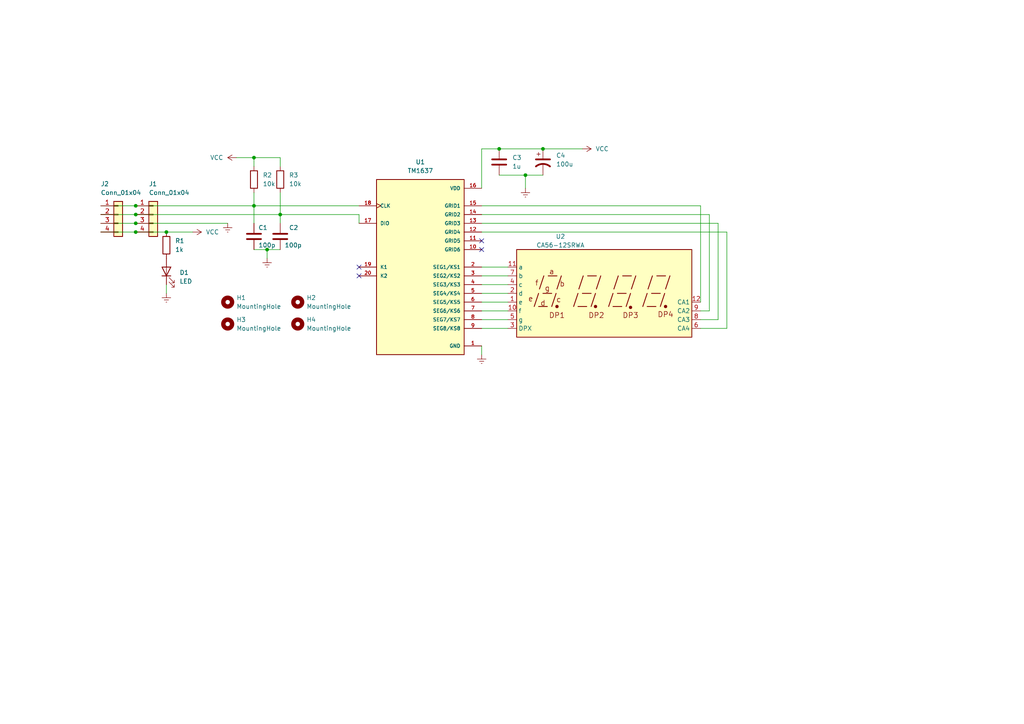
<source format=kicad_sch>
(kicad_sch (version 20230121) (generator eeschema)
  (paper "A4")
  (lib_symbols
    (symbol "Connector_Generic:Conn_01x04" (pin_names (offset 1.016) hide)
      (property "Reference" "J" (at 0 5.08 0))
      (property "Value" "Conn_01x04" (at 0 -7.62 0))
      (symbol "Conn_01x04_1_1"
        (rectangle (start -1.27 -4.953) (end 0 -5.207) (stroke (width 0.1524)))
        (rectangle (start -1.27 -2.413) (end 0 -2.667) (stroke (width 0.1524)))
        (rectangle (start -1.27 0.127) (end 0 -0.127) (stroke (width 0.1524)))
        (rectangle (start -1.27 2.667) (end 0 2.413) (stroke (width 0.1524)))
        (rectangle (start -1.27 3.81) (end 1.27 -6.35) (stroke (width 0.254)) (fill (type background)))
        (pin passive line (at -5.08 2.54 0) (length 3.81) (name "Pin_1") (number "1"))
        (pin passive line (at -5.08 0 0) (length 3.81) (name "Pin_2") (number "2"))
        (pin passive line (at -5.08 -2.54 0) (length 3.81) (name "Pin_3") (number "3"))
        (pin passive line (at -5.08 -5.08 0) (length 3.81) (name "Pin_4") (number "4"))
      )
    )
    (symbol "Device:C" (pin_numbers hide) (pin_names (offset 0.254))
      (property "Reference" "C" (at 0.635 2.54 0))
      (property "Value" "C" (at 0.635 -2.54 0))
      (symbol "C_0_1"
        (polyline (pts (xy -2.032 -0.762) (xy 2.032 -0.762)) (stroke (width 0.508)))
        (polyline (pts (xy -2.032 0.762) (xy 2.032 0.762)) (stroke (width 0.508)))
      )
      (symbol "C_1_1"
        (pin passive line (at 0 3.81 270) (length 2.794) (name "~") (number "1"))
        (pin passive line (at 0 -3.81 90) (length 2.794) (name "~") (number "2"))
      )
    )
    (symbol "Device:C_Polarized_US" (pin_numbers hide) (pin_names (offset 0.254) hide)
      (property "Reference" "C" (at 0.635 2.54 0))
      (property "Value" "C_Polarized_US" (at 0.635 -2.54 0))
      (symbol "C_Polarized_US_0_1"
        (polyline (pts (xy -2.032 0.762) (xy 2.032 0.762)) (stroke (width 0.508)))
        (polyline (pts (xy -1.778 2.286) (xy -0.762 2.286)))
        (polyline (pts (xy -1.27 1.778) (xy -1.27 2.794)))
        (arc (start 2.032 -1.27) (mid 0 -0.5572) (end -2.032 -1.27) (stroke (width 0.508)))
      )
      (symbol "C_Polarized_US_1_1"
        (pin passive line (at 0 3.81 270) (length 2.794) (name "~") (number "1"))
        (pin passive line (at 0 -3.81 90) (length 3.302) (name "~") (number "2"))
      )
    )
    (symbol "Device:LED" (pin_numbers hide) (pin_names (offset 1.016) hide)
      (property "Reference" "D" (at 0 2.54 0))
      (property "Value" "LED" (at 0 -2.54 0))
      (symbol "LED_0_1"
        (polyline (pts (xy -1.27 -1.27) (xy -1.27 1.27)) (stroke (width 0.254)))
        (polyline (pts (xy -1.27 0) (xy 1.27 0)))
        (polyline (pts (xy 1.27 -1.27) (xy 1.27 1.27) (xy -1.27 0) (xy 1.27 -1.27)) (stroke (width 0.254)))
        (polyline (pts (xy -3.048 -0.762) (xy -4.572 -2.286) (xy -3.81 -2.286) (xy -4.572 -2.286) (xy -4.572 -1.524)))
        (polyline (pts (xy -1.778 -0.762) (xy -3.302 -2.286) (xy -2.54 -2.286) (xy -3.302 -2.286) (xy -3.302 -1.524)))
      )
      (symbol "LED_1_1"
        (pin passive line (at -3.81 0 0) (length 2.54) (name "K") (number "1"))
        (pin passive line (at 3.81 0 180) (length 2.54) (name "A") (number "2"))
      )
    )
    (symbol "Device:R" (pin_numbers hide) (pin_names (offset 0))
      (property "Reference" "R" (at 2.032 0 90))
      (property "Value" "R" (at 0 0 90))
      (symbol "R_0_1"
        (rectangle (start -1.016 -2.54) (end 1.016 2.54) (stroke (width 0.254)))
      )
      (symbol "R_1_1"
        (pin passive line (at 0 3.81 270) (length 1.27) (name "~") (number "1"))
        (pin passive line (at 0 -3.81 90) (length 1.27) (name "~") (number "2"))
      )
    )
    (symbol "Display_Character:CA56-12SRWA"
      (property "Reference" "U" (at -24.13 13.97 0))
      (property "Value" "CA56-12SRWA" (at 17.78 13.97 0))
      (symbol "CA56-12SRWA_0_0"
        (rectangle (start -25.4 12.7) (end 25.4 -12.7) (stroke (width 0.254)) (fill (type background)))
        (polyline (pts (xy -20.32 -3.81) (xy -19.05 0)) (stroke (width 0.254)))
        (polyline (pts (xy -19.05 -3.81) (xy -16.51 -3.81)) (stroke (width 0.254)))
        (polyline (pts (xy -18.796 1.27) (xy -17.526 5.08)) (stroke (width 0.254)))
        (polyline (pts (xy -17.78 0) (xy -15.24 0)) (stroke (width 0.254)))
        (polyline (pts (xy -16.256 5.08) (xy -13.716 5.08)) (stroke (width 0.254)))
        (polyline (pts (xy -15.24 -3.81) (xy -13.97 0)) (stroke (width 0.254)))
        (polyline (pts (xy -13.716 1.27) (xy -12.446 5.08)) (stroke (width 0.254)))
        (polyline (pts (xy -8.89 -3.81) (xy -7.62 0)) (stroke (width 0.254)))
        (polyline (pts (xy -7.62 -3.81) (xy -5.08 -3.81)) (stroke (width 0.254)))
        (polyline (pts (xy -7.366 1.27) (xy -6.096 5.08)) (stroke (width 0.254)))
        (polyline (pts (xy -6.35 0) (xy -3.81 0)) (stroke (width 0.254)))
        (polyline (pts (xy -4.826 5.08) (xy -2.286 5.08)) (stroke (width 0.254)))
        (polyline (pts (xy -3.81 -3.81) (xy -2.54 0)) (stroke (width 0.254)))
        (polyline (pts (xy -2.286 1.27) (xy -1.016 5.08)) (stroke (width 0.254)))
        (polyline (pts (xy 1.27 -3.81) (xy 2.54 0)) (stroke (width 0.254)))
        (polyline (pts (xy 2.54 -3.81) (xy 5.08 -3.81)) (stroke (width 0.254)))
        (polyline (pts (xy 2.794 1.27) (xy 4.064 5.08)) (stroke (width 0.254)))
        (polyline (pts (xy 3.81 0) (xy 6.35 0)) (stroke (width 0.254)))
        (polyline (pts (xy 5.334 5.08) (xy 7.874 5.08)) (stroke (width 0.254)))
        (polyline (pts (xy 6.35 -3.81) (xy 7.62 0)) (stroke (width 0.254)))
        (polyline (pts (xy 7.874 1.27) (xy 9.144 5.08)) (stroke (width 0.254)))
        (polyline (pts (xy 11.176 -3.81) (xy 12.446 0)) (stroke (width 0.254)))
        (polyline (pts (xy 12.446 -3.81) (xy 14.986 -3.81)) (stroke (width 0.254)))
        (polyline (pts (xy 12.7 1.27) (xy 13.97 5.08)) (stroke (width 0.254)))
        (polyline (pts (xy 13.716 0) (xy 16.256 0)) (stroke (width 0.254)))
        (polyline (pts (xy 15.24 5.08) (xy 17.78 5.08)) (stroke (width 0.254)))
        (polyline (pts (xy 16.256 -3.81) (xy 17.526 0)) (stroke (width 0.254)))
        (polyline (pts (xy 17.78 1.27) (xy 19.05 5.08)) (stroke (width 0.254)))
        (text "a" (at -15.24 6.35 0) (effects (font (size 1.524 1.524))))
        (text "b" (at -12.192 2.794 0) (effects (font (size 1.524 1.524))))
        (text "c" (at -13.208 -1.778 0) (effects (font (size 1.524 1.524))))
        (text "d" (at -17.78 -2.794 0) (effects (font (size 1.524 1.524))))
        (text "DP1" (at -13.716 -6.35 0) (effects (font (size 1.524 1.524))))
        (text "DP2" (at -2.286 -6.35 0) (effects (font (size 1.524 1.524))))
        (text "DP3" (at 7.62 -6.35 0) (effects (font (size 1.524 1.524))))
        (text "DP4" (at 17.78 -6.096 0) (effects (font (size 1.524 1.524))))
        (text "e" (at -21.336 -1.524 0) (effects (font (size 1.524 1.524))))
        (text "f" (at -19.558 3.048 0) (effects (font (size 1.524 1.524))))
        (text "g" (at -16.51 1.524 0) (effects (font (size 1.524 1.524))))
      )
      (symbol "CA56-12SRWA_0_1"
        (circle (center -13.716 -3.81) (radius 0.3556) (stroke (width 0.254)) (fill (type outline)))
        (circle (center -2.54 -3.81) (radius 0.3556) (stroke (width 0.254)) (fill (type outline)))
      )
      (symbol "CA56-12SRWA_1_0"
        (circle (center 7.62 -4.064) (radius 0.3556) (stroke (width 0.254)) (fill (type outline)))
        (circle (center 17.78 -3.81) (radius 0.3556) (stroke (width 0.254)) (fill (type outline)))
      )
      (symbol "CA56-12SRWA_1_1"
        (pin input line (at -27.94 -2.54 0) (length 2.54) (name "e") (number "1"))
        (pin input line (at -27.94 -5.08 0) (length 2.54) (name "f") (number "10"))
        (pin input line (at -27.94 7.62 0) (length 2.54) (name "a") (number "11"))
        (pin input line (at 27.94 -2.54 180) (length 2.54) (name "CA1") (number "12"))
        (pin input line (at -27.94 0 0) (length 2.54) (name "d") (number "2"))
        (pin input line (at -27.94 -10.16 0) (length 2.54) (name "DPX") (number "3"))
        (pin input line (at -27.94 2.54 0) (length 2.54) (name "c") (number "4"))
        (pin input line (at -27.94 -7.62 0) (length 2.54) (name "g") (number "5"))
        (pin input line (at 27.94 -10.16 180) (length 2.54) (name "CA4") (number "6"))
        (pin input line (at -27.94 5.08 0) (length 2.54) (name "b") (number "7"))
        (pin input line (at 27.94 -7.62 180) (length 2.54) (name "CA3") (number "8"))
        (pin input line (at 27.94 -5.08 180) (length 2.54) (name "CA2") (number "9"))
      )
    )
    (symbol "Mechanical:MountingHole" (pin_names (offset 1.016))
      (property "Reference" "H" (at 0 5.08 0))
      (property "Value" "MountingHole" (at 0 3.175 0))
      (symbol "MountingHole_0_1"
        (circle (center 0 0) (radius 1.27) (stroke (width 1.27)))
      )
    )
    (symbol "New_Library:TM1637" (pin_names (offset 1.016))
      (property "Reference" "U" (at -12.7 27.94 0))
      (property "Value" "TM1637" (at -12.7 -30.48 0))
      (symbol "TM1637_0_0"
        (rectangle (start -12.7 -25.4) (end 12.7 25.4) (stroke (width 0.254)) (fill (type background)))
        (pin power_in line (at 17.78 -22.86 180) (length 5.08) (name "GND") (number "1"))
        (pin output line (at 17.78 5.08 180) (length 5.08) (name "GRID6") (number "10"))
        (pin output line (at 17.78 7.62 180) (length 5.08) (name "GRID5") (number "11"))
        (pin output line (at 17.78 10.16 180) (length 5.08) (name "GRID4") (number "12"))
        (pin output line (at 17.78 12.7 180) (length 5.08) (name "GRID3") (number "13"))
        (pin output line (at 17.78 15.24 180) (length 5.08) (name "GRID2") (number "14"))
        (pin output line (at 17.78 17.78 180) (length 5.08) (name "GRID1") (number "15"))
        (pin power_in line (at 17.78 22.86 180) (length 5.08) (name "VDD") (number "16"))
        (pin bidirectional line (at -17.78 12.7 0) (length 5.08) (name "DIO") (number "17"))
        (pin input clock (at -17.78 17.78 0) (length 5.08) (name "CLK") (number "18"))
        (pin input line (at -17.78 0 0) (length 5.08) (name "K1") (number "19"))
        (pin output line (at 17.78 0 180) (length 5.08) (name "SEG1/KS1") (number "2"))
        (pin input line (at -17.78 -2.54 0) (length 5.08) (name "K2") (number "20"))
        (pin output line (at 17.78 -2.54 180) (length 5.08) (name "SEG2/KS2") (number "3"))
        (pin output line (at 17.78 -5.08 180) (length 5.08) (name "SEG3/KS3") (number "4"))
        (pin output line (at 17.78 -7.62 180) (length 5.08) (name "SEG4/KS4") (number "5"))
        (pin output line (at 17.78 -10.16 180) (length 5.08) (name "SEG5/KS5") (number "6"))
        (pin output line (at 17.78 -12.7 180) (length 5.08) (name "SEG6/KS6") (number "7"))
        (pin output line (at 17.78 -15.24 180) (length 5.08) (name "SEG7/KS7") (number "8"))
        (pin output line (at 17.78 -17.78 180) (length 5.08) (name "SEG8/KS8") (number "9"))
      )
    )
    (symbol "power:GNDREF" (power) (pin_names (offset 0))
      (property "Value" "GNDREF" (at 0 -3.81 0))
      (symbol "GNDREF_0_1"
        (polyline (pts (xy -0.635 -1.905) (xy 0.635 -1.905)))
        (polyline (pts (xy -0.127 -2.54) (xy 0.127 -2.54)))
        (polyline (pts (xy 0 -1.27) (xy 0 0)))
        (polyline (pts (xy 1.27 -1.27) (xy -1.27 -1.27)))
      )
      (symbol "GNDREF_1_1"
        (pin power_in line (at 0 0 270) (length 0) hide (name "GNDREF") (number "1"))
      )
    )
    (symbol "power:VCC" (power) (pin_names (offset 0))
      (property "Value" "VCC" (at 0 3.81 0))
      (symbol "VCC_0_1"
        (polyline (pts (xy -0.762 1.27) (xy 0 2.54)))
        (polyline (pts (xy 0 0) (xy 0 2.54)))
        (polyline (pts (xy 0 2.54) (xy 0.762 1.27)))
      )
      (symbol "VCC_1_1"
        (pin power_in line (at 0 0 90) (length 0) hide (name "VCC") (number "1"))
      )
    )
  )
  (junction (at 77.47 72.39))
  (junction (at 157.48 43.18))
  (junction (at 39.37 59.69))
  (junction (at 39.37 64.77))
  (junction (at 81.28 62.23))
  (junction (at 152.4 50.8))
  (junction (at 39.37 62.23))
  (junction (at 48.26 67.31))
  (junction (at 144.78 43.18))
  (junction (at 39.37 67.31))
  (junction (at 73.66 45.72))
  (junction (at 73.66 59.69))
  (no_connect (at 139.7 69.85))
  (no_connect (at 104.14 80.01))
  (no_connect (at 104.14 77.47))
  (no_connect (at 139.7 72.39))
  (wire (pts (xy 73.66 72.39) (xy 77.47 72.39)))
  (wire (pts (xy 139.7 77.47) (xy 147.32 77.47)))
  (wire (pts (xy 205.74 62.23) (xy 205.74 90.17)))
  (wire (pts (xy 139.7 102.87) (xy 139.7 100.33)))
  (wire (pts (xy 29.21 64.77) (xy 39.37 64.77)))
  (wire (pts (xy 203.2 90.17) (xy 205.74 90.17)))
  (wire (pts (xy 157.48 43.18) (xy 168.91 43.18)))
  (wire (pts (xy 73.66 59.69) (xy 104.14 59.69)))
  (wire (pts (xy 139.7 59.69) (xy 203.2 59.69)))
  (wire (pts (xy 210.82 95.25) (xy 203.2 95.25)))
  (wire (pts (xy 81.28 45.72) (xy 81.28 48.26)))
  (wire (pts (xy 39.37 62.23) (xy 81.28 62.23)))
  (wire (pts (xy 208.28 64.77) (xy 208.28 92.71)))
  (wire (pts (xy 73.66 59.69) (xy 73.66 64.77)))
  (wire (pts (xy 139.7 92.71) (xy 147.32 92.71)))
  (wire (pts (xy 73.66 55.88) (xy 73.66 59.69)))
  (wire (pts (xy 39.37 64.77) (xy 66.04 64.77)))
  (wire (pts (xy 139.7 95.25) (xy 147.32 95.25)))
  (wire (pts (xy 39.37 67.31) (xy 48.26 67.31)))
  (wire (pts (xy 208.28 92.71) (xy 203.2 92.71)))
  (wire (pts (xy 104.14 62.23) (xy 104.14 64.77)))
  (wire (pts (xy 81.28 62.23) (xy 104.14 62.23)))
  (wire (pts (xy 139.7 80.01) (xy 147.32 80.01)))
  (wire (pts (xy 144.78 50.8) (xy 152.4 50.8)))
  (wire (pts (xy 77.47 72.39) (xy 77.47 74.93)))
  (wire (pts (xy 77.47 72.39) (xy 81.28 72.39)))
  (wire (pts (xy 48.26 85.09) (xy 48.26 82.55)))
  (wire (pts (xy 139.7 67.31) (xy 210.82 67.31)))
  (wire (pts (xy 139.7 64.77) (xy 208.28 64.77)))
  (wire (pts (xy 81.28 55.88) (xy 81.28 62.23)))
  (wire (pts (xy 139.7 87.63) (xy 147.32 87.63)))
  (wire (pts (xy 39.37 59.69) (xy 73.66 59.69)))
  (wire (pts (xy 48.26 67.31) (xy 55.88 67.31)))
  (wire (pts (xy 144.78 43.18) (xy 157.48 43.18)))
  (wire (pts (xy 73.66 45.72) (xy 81.28 45.72)))
  (wire (pts (xy 210.82 67.31) (xy 210.82 95.25)))
  (wire (pts (xy 139.7 82.55) (xy 147.32 82.55)))
  (wire (pts (xy 81.28 62.23) (xy 81.28 64.77)))
  (wire (pts (xy 203.2 59.69) (xy 203.2 87.63)))
  (wire (pts (xy 139.7 90.17) (xy 147.32 90.17)))
  (wire (pts (xy 73.66 45.72) (xy 73.66 48.26)))
  (wire (pts (xy 29.21 67.31) (xy 39.37 67.31)))
  (wire (pts (xy 139.7 62.23) (xy 205.74 62.23)))
  (wire (pts (xy 68.58 45.72) (xy 73.66 45.72)))
  (wire (pts (xy 152.4 50.8) (xy 157.48 50.8)))
  (wire (pts (xy 29.21 62.23) (xy 39.37 62.23)))
  (wire (pts (xy 29.21 59.69) (xy 39.37 59.69)))
  (wire (pts (xy 139.7 54.61) (xy 139.7 43.18)))
  (wire (pts (xy 139.7 43.18) (xy 144.78 43.18)))
  (wire (pts (xy 152.4 50.8) (xy 152.4 54.61)))
  (wire (pts (xy 139.7 85.09) (xy 147.32 85.09)))
  (symbol (lib_id "power:GNDREF") (at 77.47 74.93 0) (unit 1)
    (property "Reference" "#PWR05" (effects hide))
    (property "Value" "GNDREF" (effects hide))
  )
  (symbol (lib_id "Device:R") (at 48.26 71.12 0) (unit 1)
    (property "Reference" "R1" (at 50.8 69.85 0) (effects (justify left)))
    (property "Value" "1k" (at 50.8 72.39 0) (effects (justify left)))
    (property "Footprint" "Resistor_SMD:R_1206_3216Metric" (effects hide))
  )
  (symbol (lib_id "Device:C") (at 73.66 68.58 0) (unit 1)
    (property "Reference" "C1" (at 74.93 66.04 0) (effects (justify left)))
    (property "Value" "100p" (at 74.93 71.12 0) (effects (justify left)))
    (property "Footprint" "Capacitor_SMD:C_1206_3216Metric" (effects hide))
  )
  (symbol (lib_id "Connector_Generic:Conn_01x04") (at 44.45 62.23 0) (unit 1)
    (property "Reference" "J1" (at 43.18 53.34 0) (effects (justify left)))
    (property "Value" "Conn_01x04" (at 43.18 55.88 0) (effects (justify left)))
    (property "Footprint" "Connector_PinHeader_2.54mm:PinHeader_1x04_P2.54mm_Vertical" (effects hide))
  )
  (symbol (lib_id "Display_Character:CA56-12SRWA") (at 175.26 85.09 0) (unit 1)
    (property "Reference" "U2" (at 162.56 68.58 0))
    (property "Value" "CA56-12SRWA" (at 162.56 71.12 0))
    (property "Footprint" "my_library:8041AS" (effects hide))
    (property "Datasheet" "http://www.kingbrightusa.com/images/catalog/SPEC/CA56-12SRWA.pdf" (effects hide))
  )
  (symbol (lib_id "Device:LED") (at 48.26 78.74 90) (unit 1)
    (property "Reference" "D1" (at 52.07 79.0575 90) (effects (justify right)))
    (property "Value" "LED" (at 52.07 81.5975 90) (effects (justify right)))
    (property "Footprint" "LED_SMD:LED_0805_2012Metric" (effects hide))
  )
  (symbol (lib_id "power:GNDREF") (at 66.04 64.77 0) (unit 1)
    (property "Reference" "#PWR03" (effects hide))
    (property "Value" "GNDREF" (effects hide))
  )
  (symbol (lib_id "Device:C") (at 144.78 46.99 0) (unit 1)
    (property "Reference" "C3" (at 148.59 45.72 0) (effects (justify left)))
    (property "Value" "1u" (at 148.59 48.26 0) (effects (justify left)))
    (property "Footprint" "Capacitor_SMD:C_1206_3216Metric" (effects hide))
  )
  (symbol (lib_id "power:VCC") (at 68.58 45.72 90) (unit 1)
    (property "Reference" "#PWR04" (effects hide))
    (property "Value" "VCC" (at 64.77 45.72 90) (effects (justify left)))
  )
  (symbol (lib_id "power:GNDREF") (at 48.26 85.09 0) (unit 1)
    (property "Reference" "#PWR01" (effects hide))
    (property "Value" "GNDREF" (effects hide))
  )
  (symbol (lib_id "power:GNDREF") (at 152.4 54.61 0) (unit 1)
    (property "Reference" "#PWR07" (effects hide))
    (property "Value" "GNDREF" (effects hide))
  )
  (symbol (lib_id "Connector_Generic:Conn_01x04") (at 34.29 62.23 0) (unit 1)
    (property "Reference" "J2" (at 29.21 53.34 0) (effects (justify left)))
    (property "Value" "Conn_01x04" (at 29.21 55.88 0) (effects (justify left)))
    (property "Footprint" "Connector_PinHeader_2.54mm:PinHeader_1x04_P2.54mm_Vertical" (effects hide))
  )
  (symbol (lib_id "Mechanical:MountingHole") (at 66.04 87.63 0) (unit 1)
    (property "Reference" "H1" (at 68.58 86.36 0) (effects (justify left)))
    (property "Value" "MountingHole" (at 68.58 88.9 0) (effects (justify left)))
    (property "Footprint" "MountingHole:MountingHole_3.2mm_M3" (effects hide))
  )
  (symbol (lib_id "Device:C_Polarized_US") (at 157.48 46.99 0) (unit 1)
    (property "Reference" "C4" (at 161.29 45.085 0) (effects (justify left)))
    (property "Value" "100u" (at 161.29 47.625 0) (effects (justify left)))
    (property "Footprint" "Capacitor_SMD:C_1206_3216Metric" (effects hide))
  )
  (symbol (lib_id "Device:R") (at 81.28 52.07 0) (unit 1)
    (property "Reference" "R3" (at 83.82 50.8 0) (effects (justify left)))
    (property "Value" "10k" (at 83.82 53.34 0) (effects (justify left)))
    (property "Footprint" "Resistor_SMD:R_1206_3216Metric" (effects hide))
  )
  (symbol (lib_id "power:VCC") (at 55.88 67.31 270) (unit 1)
    (property "Reference" "#PWR02" (effects hide))
    (property "Value" "VCC" (at 59.69 67.31 90) (effects (justify left)))
  )
  (symbol (lib_id "Device:R") (at 73.66 52.07 0) (unit 1)
    (property "Reference" "R2" (at 76.2 50.8 0) (effects (justify left)))
    (property "Value" "10k" (at 76.2 53.34 0) (effects (justify left)))
    (property "Footprint" "Resistor_SMD:R_1206_3216Metric" (effects hide))
  )
  (symbol (lib_id "power:VCC") (at 168.91 43.18 270) (unit 1)
    (property "Reference" "#PWR08" (effects hide))
    (property "Value" "VCC" (at 172.72 43.18 90) (effects (justify left)))
  )
  (symbol (lib_id "Mechanical:MountingHole") (at 86.36 93.98 0) (unit 1)
    (property "Reference" "H4" (at 88.9 92.71 0) (effects (justify left)))
    (property "Value" "MountingHole" (at 88.9 95.25 0) (effects (justify left)))
    (property "Footprint" "MountingHole:MountingHole_3.2mm_M3" (effects hide))
  )
  (symbol (lib_id "New_Library:TM1637") (at 121.92 77.47 0) (unit 1)
    (property "Reference" "U1" (at 121.92 46.99 0))
    (property "Value" "TM1637" (at 121.92 49.53 0))
    (property "Footprint" "Package_SO:SOP-20_7.5x12.8mm_P1.27mm" (effects hide))
    (property "MF" "Titan Micro Electronics" (effects hide))
    (property "MAXIMUM_PACKAGE_HEIGHT" "4.31 mm" (effects hide))
    (property "Package" "Package" (effects hide))
    (property "Price" "None" (effects hide))
    (property "Check_prices" "https://www.snapeda.com/parts/TM1637/Titan+Micro+Electronics/view-part/?ref=eda" (effects hide))
    (property "STANDARD" "IPC 7351B" (effects hide))
    (property "PARTREV" "v2.5" (effects hide))
    (property "SnapEDA_Link" "https://www.snapeda.com/parts/TM1637/Titan+Micro+Electronics/view-part/?ref=snap" (effects hide))
    (property "MP" "TM1637" (effects hide))
    (property "Description" "\nLED Drive Control Special Circuit\n" (effects hide))
    (property "Availability" "Not in stock" (effects hide))
    (property "MANUFACTURER" "Titan Micro Electronics" (effects hide))
  )
  (symbol (lib_id "Mechanical:MountingHole") (at 86.36 87.63 0) (unit 1)
    (property "Reference" "H2" (at 88.9 86.36 0) (effects (justify left)))
    (property "Value" "MountingHole" (at 88.9 88.9 0) (effects (justify left)))
    (property "Footprint" "MountingHole:MountingHole_3.2mm_M3" (effects hide))
  )
  (symbol (lib_id "Mechanical:MountingHole") (at 66.04 93.98 0) (unit 1)
    (property "Reference" "H3" (at 68.58 92.71 0) (effects (justify left)))
    (property "Value" "MountingHole" (at 68.58 95.25 0) (effects (justify left)))
    (property "Footprint" "MountingHole:MountingHole_3.2mm_M3" (effects hide))
  )
  (symbol (lib_id "Device:C") (at 81.28 68.58 0) (unit 1)
    (property "Reference" "C2" (at 83.82 66.04 0) (effects (justify left)))
    (property "Value" "100p" (at 82.55 71.12 0) (effects (justify left)))
    (property "Footprint" "Capacitor_SMD:C_1206_3216Metric" (effects hide))
  )
  (symbol (lib_id "power:GNDREF") (at 139.7 102.87 0) (unit 1)
    (property "Reference" "#PWR06" (effects hide))
    (property "Value" "GNDREF" (effects hide))
  )
)
</source>
